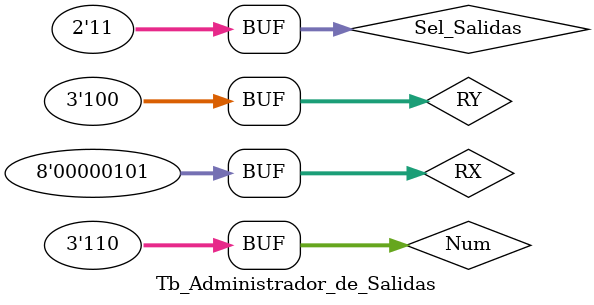
<source format=v>
`timescale 1ns / 1ps

module Tb_Administrador_de_Salidas();
    reg [2:0] RY;
    reg [7:0] RX;
    reg [2:0] Num; 
    reg [1:0] Sel_Salidas;
    wire [7:0] o_Dataout;
    wire [7:0] o_Addressdata;
    wire ReadWrite;
    
    Administrador_de_salidas uut (
        .RY(RY),
        .RX(RX),
        .Num(Num),
        .Sel_Salidas(Sel_Salidas),
        .o_Dataout(o_Dataout),
        .o_Addressdata(o_Addressdata),
        .ReadWrite(ReadWrite)
    );
    initial 
        begin 
        
            RY=0;// Inicialización de las entradas
            RX=0;
            Num=0;
            Sel_Salidas=0;
 
            #2
            RY= 4'd4; //Se asigna valor a las entradas
            RX= 4'd5;
            Num= 4'd6;
            
            #2 Sel_Salidas = 0; // Se actualiza el selector cada 2 tiempos
            #2 Sel_Salidas = 1;
            #2 Sel_Salidas = 2;
            #2 Sel_Salidas = 3;
            
            #2 Sel_Salidas = 0;
            #2 Sel_Salidas = 1;
            #2 Sel_Salidas = 2;
            #2 Sel_Salidas = 3;
            #2 Sel_Salidas = 0;
            
            #2 Sel_Salidas = 1;
            #2 Sel_Salidas = 2;
            #2 Sel_Salidas = 3;
        
        end 
   
endmodule

</source>
